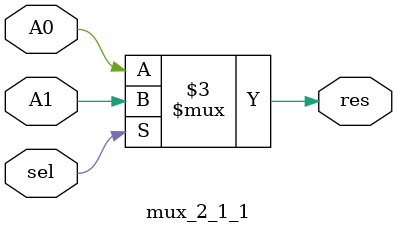
<source format=v>
`timescale 1ns / 1ps
module mux_2_1_1(A0,A1,res,sel);
	input sel,A0,A1;
	output reg res;
	always @(*)
	begin
			if(sel)
			begin
				res = A1;
			end
			else
			begin
				res = A0;
			end			
	end
	

endmodule

</source>
